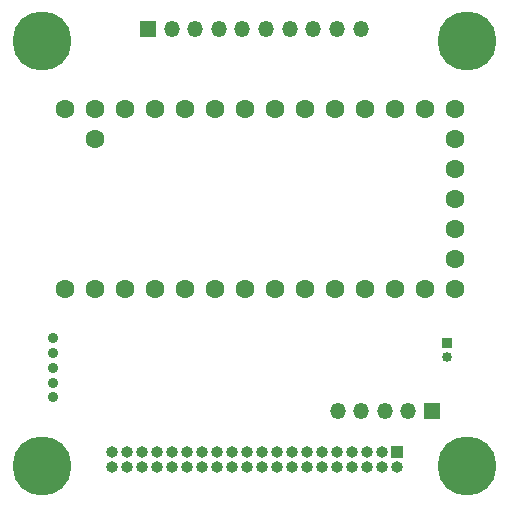
<source format=gbr>
%TF.GenerationSoftware,KiCad,Pcbnew,7.0.10*%
%TF.CreationDate,2024-03-12T14:45:01-04:00*%
%TF.ProjectId,obc,6f62632e-6b69-4636-9164-5f7063625858,rev?*%
%TF.SameCoordinates,Original*%
%TF.FileFunction,Soldermask,Bot*%
%TF.FilePolarity,Negative*%
%FSLAX46Y46*%
G04 Gerber Fmt 4.6, Leading zero omitted, Abs format (unit mm)*
G04 Created by KiCad (PCBNEW 7.0.10) date 2024-03-12 14:45:01*
%MOMM*%
%LPD*%
G01*
G04 APERTURE LIST*
%ADD10C,5.000000*%
%ADD11R,1.350000X1.350000*%
%ADD12O,1.350000X1.350000*%
%ADD13C,0.900000*%
%ADD14R,0.850000X0.850000*%
%ADD15C,0.850000*%
%ADD16C,1.600000*%
%ADD17R,1.000000X1.000000*%
%ADD18O,1.000000X1.000000*%
G04 APERTURE END LIST*
D10*
%TO.C,H2*%
X53000000Y-53000000D03*
%TD*%
%TO.C,H4*%
X89000000Y-89000000D03*
%TD*%
D11*
%TO.C,J1*%
X62000000Y-52000000D03*
D12*
X64000000Y-52000000D03*
X66000000Y-52000000D03*
X68000000Y-52000000D03*
X70000000Y-52000000D03*
X72000000Y-52000000D03*
X74000000Y-52000000D03*
X76000000Y-52000000D03*
X78000000Y-52000000D03*
X80000000Y-52000000D03*
%TD*%
D13*
%TO.C,J3*%
X53985000Y-83160000D03*
X53985000Y-81910000D03*
X53985000Y-80660000D03*
X53985000Y-79410000D03*
X53985000Y-78160000D03*
%TD*%
D11*
%TO.C,J5*%
X86050000Y-84275000D03*
D12*
X84050000Y-84275000D03*
X82050000Y-84275000D03*
X80050000Y-84275000D03*
X78050000Y-84275000D03*
%TD*%
D14*
%TO.C,J6*%
X87300002Y-78525001D03*
D15*
X87300002Y-79775001D03*
%TD*%
D10*
%TO.C,H1*%
X89000000Y-53000000D03*
%TD*%
%TO.C,H3*%
X53000000Y-89000000D03*
%TD*%
D16*
%TO.C,U2*%
X54940000Y-73950000D03*
X57480000Y-73950000D03*
X60020000Y-73950000D03*
X62560000Y-73950000D03*
X65100000Y-73950000D03*
X67640000Y-73950000D03*
X70180000Y-73950000D03*
X72720000Y-73950000D03*
X75260000Y-73950000D03*
X77800000Y-73950000D03*
X80340000Y-73950000D03*
X82880000Y-73950000D03*
X85420000Y-73950000D03*
X87960000Y-73950000D03*
X87960000Y-71410000D03*
X87960000Y-68870000D03*
X87960000Y-66330000D03*
X87960000Y-63790000D03*
X87960000Y-61250000D03*
X87960000Y-58710000D03*
X85420000Y-58710000D03*
X82880000Y-58710000D03*
X80340000Y-58710000D03*
X77800000Y-58710000D03*
X75260000Y-58710000D03*
X72720000Y-58710000D03*
X70180000Y-58710000D03*
X67640000Y-58710000D03*
X65100000Y-58710000D03*
X62560000Y-58710000D03*
X60020000Y-58710000D03*
X57480000Y-58710000D03*
X54940000Y-58710000D03*
X57480000Y-61250000D03*
%TD*%
D17*
%TO.C,J4*%
X83050000Y-87815000D03*
D18*
X83050000Y-89085000D03*
X81780000Y-87815000D03*
X81780000Y-89085000D03*
X80510000Y-87815000D03*
X80510000Y-89085000D03*
X79240000Y-87815000D03*
X79240000Y-89085000D03*
X77970000Y-87815000D03*
X77970000Y-89085000D03*
X76700000Y-87815000D03*
X76700000Y-89085000D03*
X75430000Y-87815000D03*
X75430000Y-89085000D03*
X74160000Y-87815000D03*
X74160000Y-89085000D03*
X72890000Y-87815000D03*
X72890000Y-89085000D03*
X71620000Y-87815000D03*
X71620000Y-89085000D03*
X70350000Y-87815000D03*
X70350000Y-89085000D03*
X69080000Y-87815000D03*
X69080000Y-89085000D03*
X67810000Y-87815000D03*
X67810000Y-89085000D03*
X66540000Y-87815000D03*
X66540000Y-89085000D03*
X65270000Y-87815000D03*
X65270000Y-89085000D03*
X64000000Y-87815000D03*
X64000000Y-89085000D03*
X62730000Y-87815000D03*
X62730000Y-89085000D03*
X61460000Y-87815000D03*
X61460000Y-89085000D03*
X60190000Y-87815000D03*
X60190000Y-89085000D03*
X58920000Y-87815000D03*
X58920000Y-89085000D03*
%TD*%
M02*

</source>
